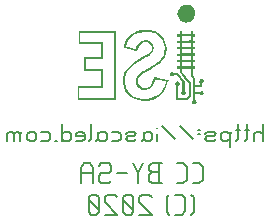
<source format=gbr>
G04 start of page 9 for group -4078 idx -4078 *
G04 Title: (unknown), bottomsilk *
G04 Creator: pcb 20140316 *
G04 CreationDate: Thu 02 Jul 2020 08:37:42 PM GMT UTC *
G04 For: railfan *
G04 Format: Gerber/RS-274X *
G04 PCB-Dimensions (mil): 2000.00 1840.00 *
G04 PCB-Coordinate-Origin: lower left *
%MOIN*%
%FSLAX25Y25*%
%LNBOTTOMSILK*%
%ADD66C,0.0071*%
%ADD65C,0.0060*%
%ADD64C,0.0066*%
%ADD63C,0.0001*%
G54D63*G36*
X120457Y138209D02*Y138144D01*
X120197Y138133D01*
X119931Y138193D01*
X119584Y138573D01*
X119551Y139088D01*
X119681Y139321D01*
X119860Y139490D01*
X119926Y139522D01*
Y146353D01*
X119014Y147503D01*
Y149841D01*
X116198D01*
Y148903D01*
X117604Y147123D01*
X119014Y145344D01*
Y140770D01*
X117658Y139414D01*
X114267D01*
Y144302D01*
X114169Y144372D01*
X113871Y144882D01*
X114028Y145447D01*
X114630Y145718D01*
X115206Y145409D01*
X115341Y144893D01*
X115097Y144427D01*
X114972Y144334D01*
X114967Y144172D01*
X114961Y143716D01*
Y143043D01*
X114956Y142219D01*
Y140097D01*
X117376D01*
X118352Y141074D01*
Y145083D01*
X116931Y146868D01*
X115515Y148658D01*
Y149250D01*
X115509Y149836D01*
X114598D01*
Y150622D01*
X115509D01*
Y151995D01*
X114598D01*
Y152755D01*
X115509D01*
Y154149D01*
X114598D01*
Y154908D01*
X115509D01*
Y156281D01*
X114598D01*
Y157041D01*
X115509D01*
Y158435D01*
X114598D01*
Y159194D01*
X115509D01*
Y160594D01*
X114598D01*
Y161354D01*
X115509D01*
Y162596D01*
X116198D01*
Y161354D01*
X119014D01*
Y162596D01*
X119671D01*
Y161354D01*
X120582D01*
Y160594D01*
X119681D01*
X118998Y160648D01*
X116209D01*
X116204Y159959D01*
X116193Y159265D01*
X117593D01*
X118276Y159270D01*
X118710Y159276D01*
X118933Y159287D01*
X118998Y159297D01*
X119009Y159515D01*
X119003Y159992D01*
X118998Y160648D01*
X119681Y160594D01*
Y159222D01*
X120582D01*
Y158462D01*
X119671D01*
X119014Y158505D01*
X116193D01*
X116204Y157816D01*
Y157800D01*
X116209Y157111D01*
X117593D01*
X118580Y157117D01*
X118992Y157127D01*
X119009Y157344D01*
X119014Y157827D01*
Y158505D01*
X119671Y158462D01*
X119681Y157084D01*
X120582D01*
Y156324D01*
X119671D01*
Y154952D01*
X119014Y154979D01*
Y156352D01*
X116198D01*
Y154979D01*
X119014D01*
X119671Y154952D01*
X120582D01*
Y154192D01*
X119681D01*
X118998Y154219D01*
X116198D01*
Y152836D01*
X117593D01*
X118276Y152841D01*
X118710Y152847D01*
X118933Y152858D01*
X118998Y152868D01*
X119009Y153086D01*
X119003Y153557D01*
X118998Y154219D01*
X119681Y154192D01*
Y152825D01*
X120582D01*
Y152066D01*
X119671D01*
Y150693D01*
X119014D01*
Y152066D01*
X116198D01*
Y150693D01*
X120582D01*
Y149906D01*
X119671D01*
Y147839D01*
X120143Y147248D01*
X120609Y146656D01*
Y144351D01*
X122258D01*
Y145127D01*
X122161Y145197D01*
X121922Y145506D01*
X121868Y145881D01*
X121987Y146201D01*
X122210Y146423D01*
X122503Y146526D01*
X122839Y146494D01*
X123127Y146315D01*
X123311Y146027D01*
X123322Y145593D01*
X123213Y145376D01*
X123045Y145197D01*
X122947Y145127D01*
X122942Y144400D01*
Y143667D01*
X120609D01*
Y142170D01*
X121276Y142175D01*
X121944D01*
X122009Y142273D01*
X122318Y142512D01*
X122698Y142566D01*
X123013Y142446D01*
X123230Y142224D01*
X123338Y141931D01*
X123311Y141600D01*
X123127Y141307D01*
X122828Y141117D01*
X122400D01*
X122047Y141340D01*
X121955Y141464D01*
X121759Y141481D01*
X121282Y141486D01*
X120609D01*
Y139604D01*
X120739Y139490D01*
X120935Y139240D01*
X120989Y138925D01*
X120853Y138480D01*
X120457Y138209D01*
G37*
G36*
X104615Y139229D02*Y139235D01*
X103243Y139240D01*
X101865Y139414D01*
X100400Y139859D01*
X99130Y140537D01*
X98088Y141448D01*
X97291Y142566D01*
X96781Y143830D01*
X96526Y145230D01*
X96532Y146662D01*
X96808Y148034D01*
X97296Y149174D01*
X98023Y150226D01*
X98989Y151214D01*
X100215Y152142D01*
X100693Y152451D01*
X101252Y152782D01*
X101935Y153167D01*
X102803Y153639D01*
X103574Y154062D01*
X104149Y154388D01*
X104588Y154664D01*
X104941Y154908D01*
X105668Y155576D01*
X106015Y156227D01*
X106053Y156639D01*
X106015Y157122D01*
X105831Y157719D01*
X105494Y158180D01*
X104637Y158652D01*
X103986Y158701D01*
X103351Y158636D01*
X102402Y158104D01*
X101642Y157035D01*
X101382Y156460D01*
X101154Y155858D01*
X101078Y155657D01*
X100899Y155701D01*
X100421Y155831D01*
X99716Y156032D01*
X98853Y156276D01*
X96651Y156916D01*
X96711Y157171D01*
X97204Y158674D01*
X97931Y159976D01*
X98870Y161061D01*
X100009Y161907D01*
X101148Y162433D01*
X102423Y162759D01*
X103807Y162884D01*
X105266Y162802D01*
X107138Y162363D01*
X108668Y161538D01*
X109829Y160355D01*
X110589Y158831D01*
X110882Y157632D01*
X110974Y156346D01*
X110844Y155033D01*
X110426Y153850D01*
X109889Y152966D01*
X109140Y152125D01*
X108483Y151545D01*
X107708Y150980D01*
X106693Y150351D01*
X105315Y149575D01*
X104621Y149196D01*
X104105Y148903D01*
X103698Y148658D01*
X103335Y148425D01*
X102076Y147378D01*
X101479Y146309D01*
X100877Y146483D01*
X101561Y147747D01*
X102993Y148957D01*
X103367Y149196D01*
X103791Y149451D01*
X104333Y149760D01*
X105060Y150161D01*
X106145Y150769D01*
X106948Y151246D01*
X107578Y151659D01*
X108120Y152066D01*
X108983Y152858D01*
X109623Y153699D01*
X110062Y154605D01*
X110301Y155587D01*
X110339Y156297D01*
X110312Y157073D01*
X110111Y158223D01*
X109742Y159249D01*
X109200Y160133D01*
X108500Y160860D01*
X107100Y161696D01*
X105353Y162157D01*
X103432Y162243D01*
X101675Y161940D01*
X100421Y161413D01*
X99347Y160638D01*
X98457Y159634D01*
X97779Y158419D01*
X97660Y158104D01*
X97535Y157762D01*
X97448Y157485D01*
X97421Y157361D01*
X97562Y157317D01*
X97920Y157214D01*
X98419Y157062D01*
X98995Y156894D01*
X99581Y156726D01*
X100091Y156574D01*
X100470Y156471D01*
X100633Y156422D01*
X100693Y156466D01*
X100779Y156666D01*
X101273Y157686D01*
X101848Y158451D01*
X102516Y158977D01*
X103286Y159270D01*
X103861Y159336D01*
X104442Y159319D01*
X105397Y159037D01*
X106102Y158473D01*
X106536Y157659D01*
X106682Y156617D01*
X106514Y155749D01*
X105966Y154963D01*
X105537Y154561D01*
X104984Y154160D01*
X104192Y153682D01*
X103047Y153047D01*
X101555Y152217D01*
X100481Y151556D01*
X99673Y150959D01*
X98973Y150313D01*
X98289Y149532D01*
X97768Y148713D01*
X97410Y147823D01*
X97183Y146836D01*
X97134Y145902D01*
X97183Y144947D01*
X97340Y144161D01*
X97568Y143466D01*
X98034Y142560D01*
X98637Y141779D01*
X99391Y141123D01*
X100291Y140591D01*
X101452Y140157D01*
X102782Y139902D01*
X103205Y139869D01*
X103753Y139853D01*
X104301D01*
X104697Y139864D01*
X106568Y140282D01*
X108142Y141150D01*
X109428Y142479D01*
X110426Y144258D01*
X110551Y144584D01*
X110697Y144991D01*
X110822Y145360D01*
X110871Y145544D01*
Y145577D01*
X110708Y145626D01*
X110171Y145745D01*
X109021Y145989D01*
X108391Y146125D01*
X107865Y146239D01*
X107507Y146315D01*
X107355Y146342D01*
X107306Y146326D01*
X107257Y146157D01*
X107111Y145653D01*
X106910Y145127D01*
X106118Y143884D01*
X105049Y143059D01*
X103720Y142756D01*
X102684Y142924D01*
X101827Y143385D01*
X101197Y144117D01*
X100839Y145067D01*
X100877Y146483D01*
X101479Y146309D01*
X101425Y145712D01*
X101479Y145083D01*
X102038Y144047D01*
X103058Y143461D01*
X103313Y143418D01*
X103704Y143401D01*
X104100Y143418D01*
X104338Y143461D01*
X105109Y143824D01*
X105755Y144432D01*
X106270Y145257D01*
X106633Y146282D01*
X106715Y146618D01*
X106764Y146868D01*
X106818Y147080D01*
X107019Y147047D01*
X107545Y146944D01*
X108321Y146781D01*
X109254Y146581D01*
X111674Y146065D01*
X111576Y145696D01*
X110930Y143841D01*
X110068Y142278D01*
X109124Y141171D01*
X108017Y140293D01*
X106433Y139571D01*
X104615Y139229D01*
G37*
G36*
X94030Y151035D02*Y139522D01*
X81346D01*
Y143960D01*
X89110D01*
X89104Y146591D01*
X89093Y149223D01*
X83429D01*
Y153633D01*
X89110D01*
Y158153D01*
X81650D01*
Y162564D01*
X94030D01*
Y151035D01*
X93390Y151040D01*
X93379Y161940D01*
X82284D01*
Y158771D01*
X89744D01*
Y152988D01*
X84059D01*
Y149819D01*
X89744D01*
Y143298D01*
X81970D01*
Y140141D01*
X93396D01*
X93390Y151040D01*
X94030Y151035D01*
G37*
G36*
X116893Y141123D02*Y141117D01*
X116350Y141150D01*
X115965Y141524D01*
X115933Y142023D01*
X116193Y142419D01*
X116296Y142490D01*
Y145387D01*
X115385Y146543D01*
X114468Y147698D01*
X113480D01*
X113355Y147562D01*
X112797Y147313D01*
X112411Y147427D01*
X112135Y147714D01*
X112070Y147986D01*
X112086Y148268D01*
X112222Y148512D01*
X112444Y148702D01*
X112596Y148772D01*
X112797Y148778D01*
X113003Y148767D01*
X113155Y148702D01*
X113383Y148507D01*
X113469Y148387D01*
X114799D01*
X115889Y147004D01*
X116985Y145626D01*
Y144052D01*
X116990Y142940D01*
X117001Y142479D01*
X117132Y142387D01*
X117359Y142034D01*
X117354Y141600D01*
X117175Y141312D01*
X116893Y141123D01*
G37*
G36*
X118059Y165282D02*X117620Y165260D01*
X117169Y165282D01*
X116518Y165455D01*
X115916Y165775D01*
X115401Y166220D01*
X114994Y166768D01*
X114728Y167441D01*
X114620Y168168D01*
X114690Y168895D01*
X114923Y169579D01*
X115347Y170197D01*
X115900Y170702D01*
X116844Y171129D01*
X117853Y171216D01*
X118824Y170973D01*
X119671Y170398D01*
X120191Y169747D01*
X120501Y168982D01*
X120582Y168363D01*
X120544Y167723D01*
X120257Y166860D01*
X119709Y166128D01*
X118944Y165569D01*
X118059Y165282D01*
G37*
G54D64*X119680Y111700D02*X121838D01*
X123000Y112862D02*X121838Y111700D01*
X123000Y112862D02*Y117178D01*
X121838Y118340D01*
X119680D02*X121838D01*
X114368Y111700D02*X116526D01*
X117688Y112862D02*X116526Y111700D01*
X117688Y112862D02*Y117178D01*
X116526Y118340D01*
X114368D02*X116526D01*
X106068Y111700D02*X109388D01*
X106068D02*X105238Y112530D01*
Y114522D01*
X106068Y115352D02*X105238Y114522D01*
X106068Y115352D02*X108558D01*
Y111700D02*Y118340D01*
X106068D02*X109388D01*
X106068D02*X105238Y117510D01*
Y116182D02*Y117510D01*
X106068Y115352D02*X105238Y116182D01*
X103246Y118340D02*X101586Y115020D01*
X99926Y118340D01*
X101586Y111700D02*Y115020D01*
X94614D02*X97934D01*
X89302Y118340D02*X88472Y117510D01*
X89302Y118340D02*X91792D01*
X92622Y117510D02*X91792Y118340D01*
X92622Y115850D02*Y117510D01*
Y115850D02*X91792Y115020D01*
X89302D02*X91792D01*
X89302D02*X88472Y114190D01*
Y112530D02*Y114190D01*
X89302Y111700D02*X88472Y112530D01*
X89302Y111700D02*X91792D01*
X92622Y112530D02*X91792Y111700D01*
X86480D02*Y116680D01*
X85318Y118340D01*
X83492D02*X85318D01*
X83492D02*X82330Y116680D01*
Y111700D02*Y116680D01*
Y115020D02*X86480D01*
X120000Y102030D02*X119170Y101200D01*
X120000Y107010D02*X119170Y107840D01*
X120000Y102030D02*Y107010D01*
X113858Y101200D02*X116016D01*
X117178Y102362D02*X116016Y101200D01*
X117178Y102362D02*Y106678D01*
X116016Y107840D01*
X113858D02*X116016D01*
X111866D02*X111036Y107010D01*
Y102030D02*Y107010D01*
X111866Y101200D02*X111036Y102030D01*
X106056Y107010D02*X105226Y107840D01*
X102736D02*X105226D01*
X102736D02*X101906Y107010D01*
Y105350D02*Y107010D01*
X106056Y101200D02*X101906Y105350D01*
Y101200D02*X106056D01*
X99914Y102030D02*X99084Y101200D01*
X99914Y102030D02*Y107010D01*
X99084Y107840D01*
X97424D02*X99084D01*
X97424D02*X96594Y107010D01*
Y102030D02*Y107010D01*
X97424Y101200D02*X96594Y102030D01*
X97424Y101200D02*X99084D01*
X99914Y102860D02*X96594Y106180D01*
X94602Y107010D02*X93772Y107840D01*
X91282D02*X93772D01*
X91282D02*X90452Y107010D01*
Y105350D02*Y107010D01*
X94602Y101200D02*X90452Y105350D01*
Y101200D02*X94602D01*
X88460Y102030D02*X87630Y101200D01*
X88460Y102030D02*Y107010D01*
X87630Y107840D01*
X85970D02*X87630D01*
X85970D02*X85140Y107010D01*
Y102030D02*Y107010D01*
X85970Y101200D02*X85140Y102030D01*
X85970Y101200D02*X87630D01*
X88460Y102860D02*X85140Y106180D01*
G54D65*X143000Y125850D02*Y131570D01*
Y127995D02*X142285Y128710D01*
X140855D02*X142285D01*
X140855D02*X140140Y127995D01*
Y125850D02*Y127995D01*
X137709Y126565D02*Y131570D01*
Y126565D02*X136994Y125850D01*
Y129425D02*X138424D01*
X134849Y126565D02*Y131570D01*
Y126565D02*X134134Y125850D01*
Y129425D02*X135564D01*
X131989Y123705D02*Y127995D01*
X132704Y128710D02*X131989Y127995D01*
X131274Y128710D01*
X129844D02*X131274D01*
X129844D02*X129129Y127995D01*
Y126565D02*Y127995D01*
X129844Y125850D02*X129129Y126565D01*
X129844Y125850D02*X131274D01*
X131989Y126565D02*X131274Y125850D01*
X124553D02*X126698D01*
X124553D02*X123838Y126565D01*
X124553Y127280D02*X123838Y126565D01*
X124553Y127280D02*X126698D01*
X127413Y127995D02*X126698Y127280D01*
X127413Y127995D02*X126698Y128710D01*
X124553D02*X126698D01*
X124553D02*X123838Y127995D01*
X127413Y126565D02*X126698Y125850D01*
X121407Y129425D02*X122122D01*
X121407Y127995D02*X122122D01*
X119691Y126565D02*X115401Y130855D01*
X113685Y126565D02*X109395Y130855D01*
G54D66*X107679Y129997D02*Y130140D01*
G54D65*Y125850D02*Y127995D01*
X104104Y128710D02*X103389Y127995D01*
X104104Y128710D02*X105534D01*
X106249Y127995D02*X105534Y128710D01*
X106249Y126565D02*Y127995D01*
Y126565D02*X105534Y125850D01*
X103389Y126565D02*Y128710D01*
Y126565D02*X102674Y125850D01*
X104104D02*X105534D01*
X104104D02*X103389Y126565D01*
X98098Y125850D02*X100243D01*
X98098D02*X97383Y126565D01*
X98098Y127280D02*X97383Y126565D01*
X98098Y127280D02*X100243D01*
X100958Y127995D02*X100243Y127280D01*
X100958Y127995D02*X100243Y128710D01*
X98098D02*X100243D01*
X98098D02*X97383Y127995D01*
X100958Y126565D02*X100243Y125850D01*
X92807Y128710D02*X94952D01*
X95667Y127995D02*X94952Y128710D01*
X95667Y126565D02*Y127995D01*
Y126565D02*X94952Y125850D01*
X92807D02*X94952D01*
X88946Y128710D02*X88231Y127995D01*
X88946Y128710D02*X90376D01*
X91091Y127995D02*X90376Y128710D01*
X91091Y126565D02*Y127995D01*
Y126565D02*X90376Y125850D01*
X88231Y126565D02*Y128710D01*
Y126565D02*X87516Y125850D01*
X88946D02*X90376D01*
X88946D02*X88231Y126565D01*
X85800D02*Y131570D01*
Y126565D02*X85085Y125850D01*
X80795D02*X82940D01*
X83655Y126565D02*X82940Y125850D01*
X83655Y126565D02*Y127995D01*
X82940Y128710D01*
X81510D02*X82940D01*
X81510D02*X80795Y127995D01*
Y127280D02*X83655D01*
X80795D02*Y127995D01*
X76219Y125850D02*Y131570D01*
X76934Y125850D02*X76219Y126565D01*
X76934Y125850D02*X78364D01*
X79079Y126565D02*X78364Y125850D01*
X79079Y126565D02*Y127995D01*
X78364Y128710D01*
X76934D02*X78364D01*
X76934D02*X76219Y127995D01*
X73788Y125850D02*X74503D01*
X69212Y128710D02*X71357D01*
X72072Y127995D02*X71357Y128710D01*
X72072Y126565D02*Y127995D01*
Y126565D02*X71357Y125850D01*
X69212D02*X71357D01*
X67496Y126565D02*Y127995D01*
X66781Y128710D01*
X65351D02*X66781D01*
X65351D02*X64636Y127995D01*
Y126565D02*Y127995D01*
X65351Y125850D02*X64636Y126565D01*
X65351Y125850D02*X66781D01*
X67496Y126565D02*X66781Y125850D01*
X62205D02*Y127995D01*
X61490Y128710D01*
X60775D02*X61490D01*
X60775D02*X60060Y127995D01*
Y125850D02*Y127995D01*
X59345Y128710D01*
X58630D02*X59345D01*
X58630D02*X57915Y127995D01*
Y125850D02*Y127995D01*
X62920Y128710D02*X62205Y127995D01*
M02*

</source>
